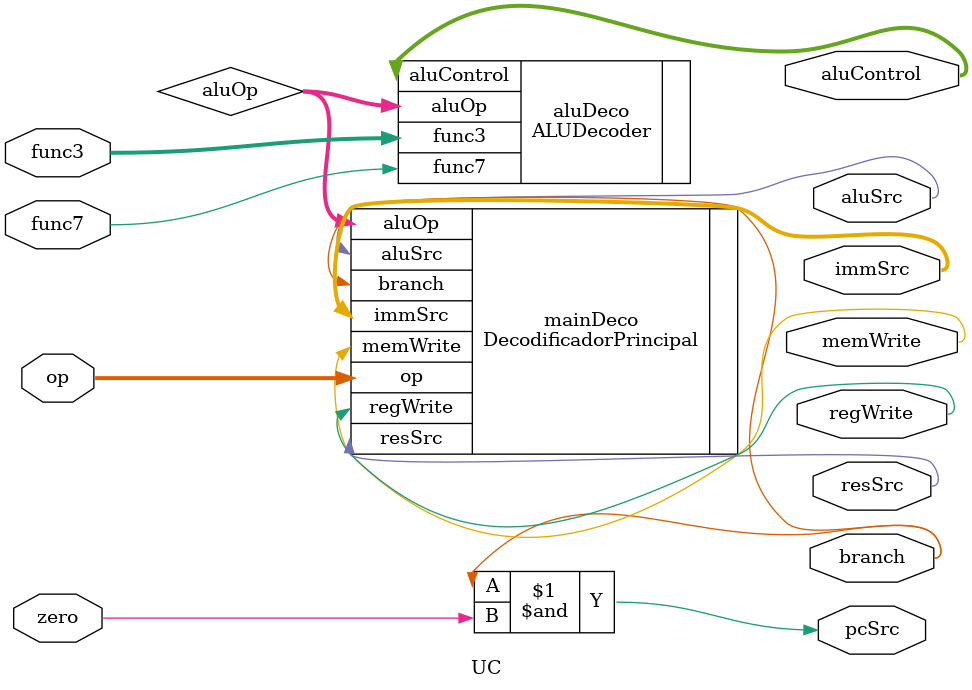
<source format=v>
module UC(
    input [6:0] op,           // Opcode de la instrucción
    input [2:0] func3,        // func3 de la instrucción
    input func7,              // func7 de la instrucción
    input zero,               // Señal de comparación de la ALU
    output pcSrc,             // Señal para seleccionar el PC
    output branch,            // Señal de branch
    output resSrc,            // Selección de fuente de resultado
    output memWrite,          // Señal de escritura de memoria
    output aluSrc,            // Selección de fuente de entrada para la ALU
    output regWrite,          // Señal de escritura de registros
    output [2:0] aluControl,  // Señal de control de la ALU
    output [1:0] immSrc       // Selección del tipo de inmediato
);

    // Señal interna para la conexión entre DecodificadorPrincipal y ALUDecoder
    wire [1:0] aluOp;

    // Instancia del Decodificador Principal
    DecodificadorPrincipal mainDeco (
        .op(op),
        .branch(branch),
        .resSrc(resSrc),
        .memWrite(memWrite),
        .aluSrc(aluSrc),
        .regWrite(regWrite),
        .immSrc(immSrc),
        .aluOp(aluOp)
    );

    // Instancia del Decodificador de ALU
    ALUDecoder aluDeco (
        .aluOp(aluOp),
        .func3(func3),
        .func7(func7),
        .aluControl(aluControl)
    );

    // Señal de pcSrc basada en branch y zero
    assign pcSrc = branch & zero;

endmodule

</source>
